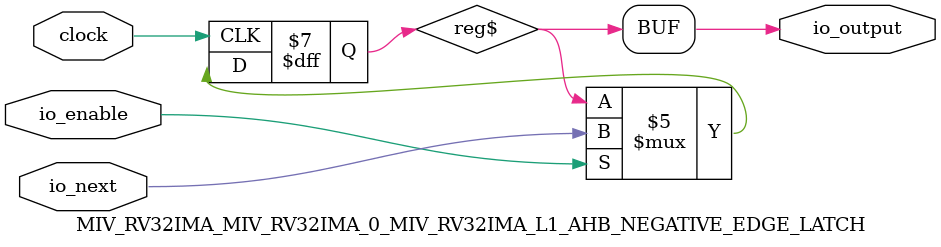
<source format=v>
`define RANDOMIZE
`timescale 1ns/10ps
module MIV_RV32IMA_MIV_RV32IMA_0_MIV_RV32IMA_L1_AHB_NEGATIVE_EDGE_LATCH(
  input   clock,
  input   io_next,
  input   io_enable,
  output  io_output
);
  reg  reg$;
  reg [31:0] _RAND_0;
  wire  _GEN_0;
  assign io_output = reg$;
  assign _GEN_0 = io_enable ? io_next : reg$;
`ifdef RANDOMIZE
  integer initvar;
  initial begin
    `ifndef verilator
      #0.002 begin end
    `endif
  `ifdef RANDOMIZE_REG_INIT
  _RAND_0 = {1{$random}};
  reg$ = _RAND_0[0:0];
  `endif // RANDOMIZE_REG_INIT
  end
`endif // RANDOMIZE
  always @(posedge clock) begin
    if (io_enable) begin
      reg$ <= io_next;
    end
  end
endmodule

</source>
